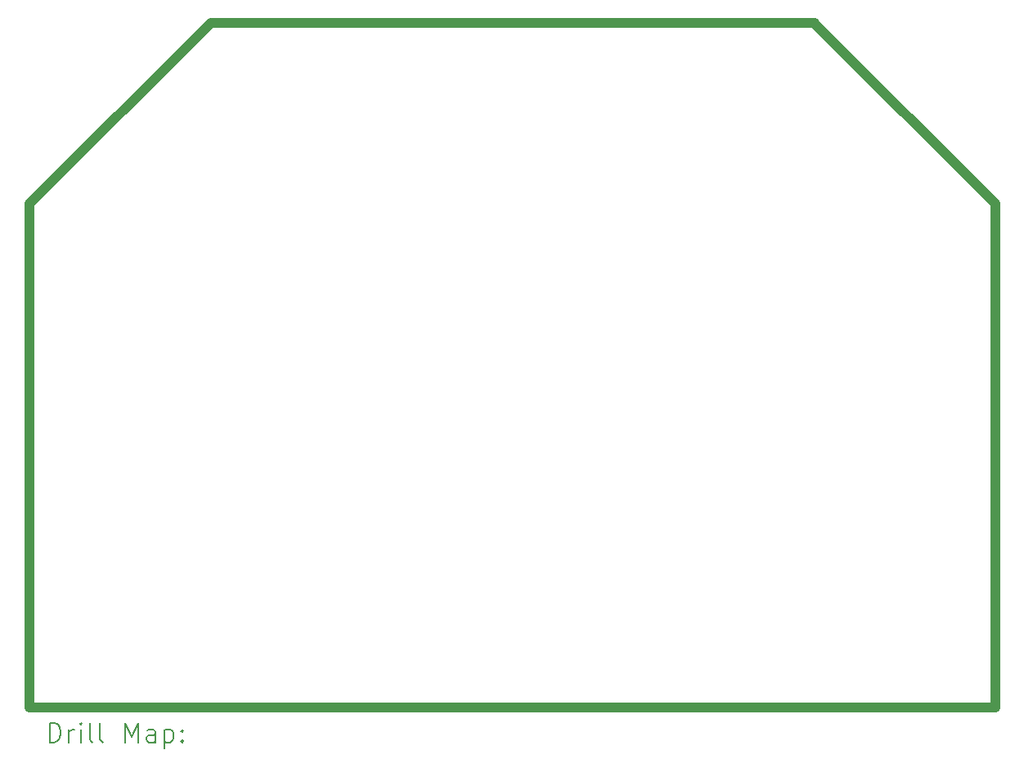
<source format=gbr>
%TF.GenerationSoftware,KiCad,Pcbnew,8.0.0*%
%TF.CreationDate,2024-06-20T13:22:32-03:00*%
%TF.ProjectId,LineFollowerRCX,4c696e65-466f-46c6-9c6f-776572524358,rev?*%
%TF.SameCoordinates,Original*%
%TF.FileFunction,Drillmap*%
%TF.FilePolarity,Positive*%
%FSLAX45Y45*%
G04 Gerber Fmt 4.5, Leading zero omitted, Abs format (unit mm)*
G04 Created by KiCad (PCBNEW 8.0.0) date 2024-06-20 13:22:32*
%MOMM*%
%LPD*%
G01*
G04 APERTURE LIST*
%ADD10C,1.000000*%
%ADD11C,0.050000*%
%ADD12C,0.200000*%
G04 APERTURE END LIST*
D10*
X21137900Y-10295500D02*
X19262085Y-8419685D01*
X21137900Y-15506700D02*
X21137900Y-10295500D01*
X19265900Y-8420100D02*
X13017757Y-8420100D01*
X13017757Y-8420100D02*
X11141557Y-10296300D01*
X11137900Y-10295500D02*
X11137900Y-15506700D01*
D11*
X11141557Y-10296300D02*
X11141557Y-15506700D01*
D10*
X11137900Y-15506700D02*
X21137900Y-15506700D01*
D11*
X19265900Y-8420100D02*
X13017757Y-8420100D01*
D12*
X11348677Y-15868184D02*
X11348677Y-15668184D01*
X11348677Y-15668184D02*
X11396296Y-15668184D01*
X11396296Y-15668184D02*
X11424867Y-15677708D01*
X11424867Y-15677708D02*
X11443915Y-15696755D01*
X11443915Y-15696755D02*
X11453439Y-15715803D01*
X11453439Y-15715803D02*
X11462962Y-15753898D01*
X11462962Y-15753898D02*
X11462962Y-15782469D01*
X11462962Y-15782469D02*
X11453439Y-15820565D01*
X11453439Y-15820565D02*
X11443915Y-15839612D01*
X11443915Y-15839612D02*
X11424867Y-15858660D01*
X11424867Y-15858660D02*
X11396296Y-15868184D01*
X11396296Y-15868184D02*
X11348677Y-15868184D01*
X11548677Y-15868184D02*
X11548677Y-15734850D01*
X11548677Y-15772946D02*
X11558201Y-15753898D01*
X11558201Y-15753898D02*
X11567724Y-15744374D01*
X11567724Y-15744374D02*
X11586772Y-15734850D01*
X11586772Y-15734850D02*
X11605820Y-15734850D01*
X11672486Y-15868184D02*
X11672486Y-15734850D01*
X11672486Y-15668184D02*
X11662962Y-15677708D01*
X11662962Y-15677708D02*
X11672486Y-15687231D01*
X11672486Y-15687231D02*
X11682010Y-15677708D01*
X11682010Y-15677708D02*
X11672486Y-15668184D01*
X11672486Y-15668184D02*
X11672486Y-15687231D01*
X11796296Y-15868184D02*
X11777248Y-15858660D01*
X11777248Y-15858660D02*
X11767724Y-15839612D01*
X11767724Y-15839612D02*
X11767724Y-15668184D01*
X11901058Y-15868184D02*
X11882010Y-15858660D01*
X11882010Y-15858660D02*
X11872486Y-15839612D01*
X11872486Y-15839612D02*
X11872486Y-15668184D01*
X12129629Y-15868184D02*
X12129629Y-15668184D01*
X12129629Y-15668184D02*
X12196296Y-15811041D01*
X12196296Y-15811041D02*
X12262962Y-15668184D01*
X12262962Y-15668184D02*
X12262962Y-15868184D01*
X12443915Y-15868184D02*
X12443915Y-15763422D01*
X12443915Y-15763422D02*
X12434391Y-15744374D01*
X12434391Y-15744374D02*
X12415343Y-15734850D01*
X12415343Y-15734850D02*
X12377248Y-15734850D01*
X12377248Y-15734850D02*
X12358201Y-15744374D01*
X12443915Y-15858660D02*
X12424867Y-15868184D01*
X12424867Y-15868184D02*
X12377248Y-15868184D01*
X12377248Y-15868184D02*
X12358201Y-15858660D01*
X12358201Y-15858660D02*
X12348677Y-15839612D01*
X12348677Y-15839612D02*
X12348677Y-15820565D01*
X12348677Y-15820565D02*
X12358201Y-15801517D01*
X12358201Y-15801517D02*
X12377248Y-15791993D01*
X12377248Y-15791993D02*
X12424867Y-15791993D01*
X12424867Y-15791993D02*
X12443915Y-15782469D01*
X12539153Y-15734850D02*
X12539153Y-15934850D01*
X12539153Y-15744374D02*
X12558201Y-15734850D01*
X12558201Y-15734850D02*
X12596296Y-15734850D01*
X12596296Y-15734850D02*
X12615343Y-15744374D01*
X12615343Y-15744374D02*
X12624867Y-15753898D01*
X12624867Y-15753898D02*
X12634391Y-15772946D01*
X12634391Y-15772946D02*
X12634391Y-15830088D01*
X12634391Y-15830088D02*
X12624867Y-15849136D01*
X12624867Y-15849136D02*
X12615343Y-15858660D01*
X12615343Y-15858660D02*
X12596296Y-15868184D01*
X12596296Y-15868184D02*
X12558201Y-15868184D01*
X12558201Y-15868184D02*
X12539153Y-15858660D01*
X12720105Y-15849136D02*
X12729629Y-15858660D01*
X12729629Y-15858660D02*
X12720105Y-15868184D01*
X12720105Y-15868184D02*
X12710582Y-15858660D01*
X12710582Y-15858660D02*
X12720105Y-15849136D01*
X12720105Y-15849136D02*
X12720105Y-15868184D01*
X12720105Y-15744374D02*
X12729629Y-15753898D01*
X12729629Y-15753898D02*
X12720105Y-15763422D01*
X12720105Y-15763422D02*
X12710582Y-15753898D01*
X12710582Y-15753898D02*
X12720105Y-15744374D01*
X12720105Y-15744374D02*
X12720105Y-15763422D01*
M02*

</source>
